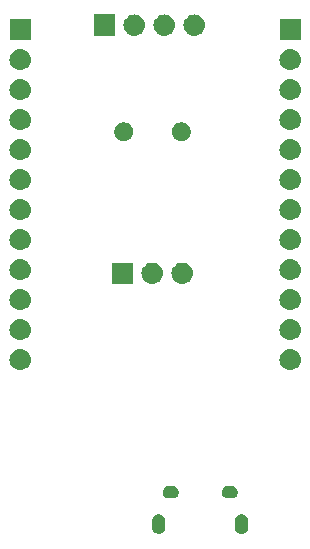
<source format=gbr>
%TF.GenerationSoftware,KiCad,Pcbnew,5.1.0*%
%TF.CreationDate,2019-06-23T04:01:33+08:00*%
%TF.ProjectId,stm32_fxp6,73746d33-325f-4667-9870-362e6b696361,rev?*%
%TF.SameCoordinates,Original*%
%TF.FileFunction,Soldermask,Bot*%
%TF.FilePolarity,Negative*%
%FSLAX46Y46*%
G04 Gerber Fmt 4.6, Leading zero omitted, Abs format (unit mm)*
G04 Created by KiCad (PCBNEW 5.1.0) date 2019-06-23 04:01:33*
%MOMM*%
%LPD*%
G04 APERTURE LIST*
%ADD10C,0.350000*%
G04 APERTURE END LIST*
D10*
G36*
X85650014Y-73048973D02*
G01*
X85753878Y-73080479D01*
X85797907Y-73104013D01*
X85849599Y-73131643D01*
X85849601Y-73131644D01*
X85849600Y-73131644D01*
X85933501Y-73200499D01*
X86002356Y-73284400D01*
X86053521Y-73380121D01*
X86085027Y-73483985D01*
X86093000Y-73564933D01*
X86093000Y-74169067D01*
X86085027Y-74250015D01*
X86053521Y-74353879D01*
X86053519Y-74353882D01*
X86002357Y-74449600D01*
X85933501Y-74533501D01*
X85849600Y-74602357D01*
X85781055Y-74638995D01*
X85753879Y-74653521D01*
X85650015Y-74685027D01*
X85542000Y-74695666D01*
X85433986Y-74685027D01*
X85330122Y-74653521D01*
X85302946Y-74638995D01*
X85234401Y-74602357D01*
X85150500Y-74533501D01*
X85081643Y-74449599D01*
X85030481Y-74353882D01*
X85030480Y-74353879D01*
X84998973Y-74250015D01*
X84991000Y-74169067D01*
X84991000Y-73564934D01*
X84998973Y-73483986D01*
X85030479Y-73380122D01*
X85081644Y-73284400D01*
X85150499Y-73200499D01*
X85234400Y-73131644D01*
X85234399Y-73131644D01*
X85234401Y-73131643D01*
X85286093Y-73104013D01*
X85330121Y-73080479D01*
X85433985Y-73048973D01*
X85542000Y-73038334D01*
X85650014Y-73048973D01*
X85650014Y-73048973D01*
G37*
G36*
X78650014Y-73048973D02*
G01*
X78753878Y-73080479D01*
X78797907Y-73104013D01*
X78849599Y-73131643D01*
X78849601Y-73131644D01*
X78849600Y-73131644D01*
X78933501Y-73200499D01*
X79002356Y-73284400D01*
X79053521Y-73380121D01*
X79085027Y-73483985D01*
X79093000Y-73564933D01*
X79093000Y-74169067D01*
X79085027Y-74250015D01*
X79053521Y-74353879D01*
X79053519Y-74353882D01*
X79002357Y-74449600D01*
X78933501Y-74533501D01*
X78849600Y-74602357D01*
X78781055Y-74638995D01*
X78753879Y-74653521D01*
X78650015Y-74685027D01*
X78542000Y-74695666D01*
X78433986Y-74685027D01*
X78330122Y-74653521D01*
X78302946Y-74638995D01*
X78234401Y-74602357D01*
X78150500Y-74533501D01*
X78081643Y-74449599D01*
X78030481Y-74353882D01*
X78030480Y-74353879D01*
X77998973Y-74250015D01*
X77991000Y-74169067D01*
X77991000Y-73564934D01*
X77998973Y-73483986D01*
X78030479Y-73380122D01*
X78081644Y-73284400D01*
X78150499Y-73200499D01*
X78234400Y-73131644D01*
X78234399Y-73131644D01*
X78234401Y-73131643D01*
X78286093Y-73104013D01*
X78330121Y-73080479D01*
X78433985Y-73048973D01*
X78542000Y-73038334D01*
X78650014Y-73048973D01*
X78650014Y-73048973D01*
G37*
G36*
X79795114Y-70648611D02*
G01*
X79894265Y-70678688D01*
X79985644Y-70727531D01*
X80065738Y-70793262D01*
X80131469Y-70873356D01*
X80180312Y-70964735D01*
X80210389Y-71063886D01*
X80220545Y-71167000D01*
X80210389Y-71270114D01*
X80180312Y-71369265D01*
X80131469Y-71460644D01*
X80065738Y-71540738D01*
X79985644Y-71606469D01*
X79894265Y-71655312D01*
X79795114Y-71685389D01*
X79717839Y-71693000D01*
X79366161Y-71693000D01*
X79288886Y-71685389D01*
X79189735Y-71655312D01*
X79098356Y-71606469D01*
X79018262Y-71540738D01*
X78952531Y-71460644D01*
X78903688Y-71369265D01*
X78873611Y-71270114D01*
X78863455Y-71167000D01*
X78873611Y-71063886D01*
X78903688Y-70964735D01*
X78952531Y-70873356D01*
X79018262Y-70793262D01*
X79098356Y-70727531D01*
X79189735Y-70678688D01*
X79288886Y-70648611D01*
X79366161Y-70641000D01*
X79717839Y-70641000D01*
X79795114Y-70648611D01*
X79795114Y-70648611D01*
G37*
G36*
X84795114Y-70648611D02*
G01*
X84894265Y-70678688D01*
X84985644Y-70727531D01*
X85065738Y-70793262D01*
X85131469Y-70873356D01*
X85180312Y-70964735D01*
X85210389Y-71063886D01*
X85220545Y-71167000D01*
X85210389Y-71270114D01*
X85180312Y-71369265D01*
X85131469Y-71460644D01*
X85065738Y-71540738D01*
X84985644Y-71606469D01*
X84894265Y-71655312D01*
X84795114Y-71685389D01*
X84717839Y-71693000D01*
X84366161Y-71693000D01*
X84288886Y-71685389D01*
X84189735Y-71655312D01*
X84098356Y-71606469D01*
X84018262Y-71540738D01*
X83952531Y-71460644D01*
X83903688Y-71369265D01*
X83873611Y-71270114D01*
X83863455Y-71167000D01*
X83873611Y-71063886D01*
X83903688Y-70964735D01*
X83952531Y-70873356D01*
X84018262Y-70793262D01*
X84098356Y-70727531D01*
X84189735Y-70678688D01*
X84288886Y-70648611D01*
X84366161Y-70641000D01*
X84717839Y-70641000D01*
X84795114Y-70648611D01*
X84795114Y-70648611D01*
G37*
G36*
X89772443Y-59049519D02*
G01*
X89838627Y-59056037D01*
X90008466Y-59107557D01*
X90164991Y-59191222D01*
X90200729Y-59220552D01*
X90302186Y-59303814D01*
X90385448Y-59405271D01*
X90414778Y-59441009D01*
X90498443Y-59597534D01*
X90549963Y-59767373D01*
X90567359Y-59944000D01*
X90549963Y-60120627D01*
X90498443Y-60290466D01*
X90414778Y-60446991D01*
X90385448Y-60482729D01*
X90302186Y-60584186D01*
X90200729Y-60667448D01*
X90164991Y-60696778D01*
X90008466Y-60780443D01*
X89838627Y-60831963D01*
X89772443Y-60838481D01*
X89706260Y-60845000D01*
X89617740Y-60845000D01*
X89551557Y-60838481D01*
X89485373Y-60831963D01*
X89315534Y-60780443D01*
X89159009Y-60696778D01*
X89123271Y-60667448D01*
X89021814Y-60584186D01*
X88938552Y-60482729D01*
X88909222Y-60446991D01*
X88825557Y-60290466D01*
X88774037Y-60120627D01*
X88756641Y-59944000D01*
X88774037Y-59767373D01*
X88825557Y-59597534D01*
X88909222Y-59441009D01*
X88938552Y-59405271D01*
X89021814Y-59303814D01*
X89123271Y-59220552D01*
X89159009Y-59191222D01*
X89315534Y-59107557D01*
X89485373Y-59056037D01*
X89551557Y-59049519D01*
X89617740Y-59043000D01*
X89706260Y-59043000D01*
X89772443Y-59049519D01*
X89772443Y-59049519D01*
G37*
G36*
X66912443Y-59049519D02*
G01*
X66978627Y-59056037D01*
X67148466Y-59107557D01*
X67304991Y-59191222D01*
X67340729Y-59220552D01*
X67442186Y-59303814D01*
X67525448Y-59405271D01*
X67554778Y-59441009D01*
X67638443Y-59597534D01*
X67689963Y-59767373D01*
X67707359Y-59944000D01*
X67689963Y-60120627D01*
X67638443Y-60290466D01*
X67554778Y-60446991D01*
X67525448Y-60482729D01*
X67442186Y-60584186D01*
X67340729Y-60667448D01*
X67304991Y-60696778D01*
X67148466Y-60780443D01*
X66978627Y-60831963D01*
X66912443Y-60838481D01*
X66846260Y-60845000D01*
X66757740Y-60845000D01*
X66691557Y-60838481D01*
X66625373Y-60831963D01*
X66455534Y-60780443D01*
X66299009Y-60696778D01*
X66263271Y-60667448D01*
X66161814Y-60584186D01*
X66078552Y-60482729D01*
X66049222Y-60446991D01*
X65965557Y-60290466D01*
X65914037Y-60120627D01*
X65896641Y-59944000D01*
X65914037Y-59767373D01*
X65965557Y-59597534D01*
X66049222Y-59441009D01*
X66078552Y-59405271D01*
X66161814Y-59303814D01*
X66263271Y-59220552D01*
X66299009Y-59191222D01*
X66455534Y-59107557D01*
X66625373Y-59056037D01*
X66691557Y-59049519D01*
X66757740Y-59043000D01*
X66846260Y-59043000D01*
X66912443Y-59049519D01*
X66912443Y-59049519D01*
G37*
G36*
X89772442Y-56509518D02*
G01*
X89838627Y-56516037D01*
X90008466Y-56567557D01*
X90164991Y-56651222D01*
X90200729Y-56680552D01*
X90302186Y-56763814D01*
X90385448Y-56865271D01*
X90414778Y-56901009D01*
X90498443Y-57057534D01*
X90549963Y-57227373D01*
X90567359Y-57404000D01*
X90549963Y-57580627D01*
X90498443Y-57750466D01*
X90414778Y-57906991D01*
X90385448Y-57942729D01*
X90302186Y-58044186D01*
X90200729Y-58127448D01*
X90164991Y-58156778D01*
X90008466Y-58240443D01*
X89838627Y-58291963D01*
X89772443Y-58298481D01*
X89706260Y-58305000D01*
X89617740Y-58305000D01*
X89551557Y-58298481D01*
X89485373Y-58291963D01*
X89315534Y-58240443D01*
X89159009Y-58156778D01*
X89123271Y-58127448D01*
X89021814Y-58044186D01*
X88938552Y-57942729D01*
X88909222Y-57906991D01*
X88825557Y-57750466D01*
X88774037Y-57580627D01*
X88756641Y-57404000D01*
X88774037Y-57227373D01*
X88825557Y-57057534D01*
X88909222Y-56901009D01*
X88938552Y-56865271D01*
X89021814Y-56763814D01*
X89123271Y-56680552D01*
X89159009Y-56651222D01*
X89315534Y-56567557D01*
X89485373Y-56516037D01*
X89551558Y-56509518D01*
X89617740Y-56503000D01*
X89706260Y-56503000D01*
X89772442Y-56509518D01*
X89772442Y-56509518D01*
G37*
G36*
X66912442Y-56509518D02*
G01*
X66978627Y-56516037D01*
X67148466Y-56567557D01*
X67304991Y-56651222D01*
X67340729Y-56680552D01*
X67442186Y-56763814D01*
X67525448Y-56865271D01*
X67554778Y-56901009D01*
X67638443Y-57057534D01*
X67689963Y-57227373D01*
X67707359Y-57404000D01*
X67689963Y-57580627D01*
X67638443Y-57750466D01*
X67554778Y-57906991D01*
X67525448Y-57942729D01*
X67442186Y-58044186D01*
X67340729Y-58127448D01*
X67304991Y-58156778D01*
X67148466Y-58240443D01*
X66978627Y-58291963D01*
X66912443Y-58298481D01*
X66846260Y-58305000D01*
X66757740Y-58305000D01*
X66691557Y-58298481D01*
X66625373Y-58291963D01*
X66455534Y-58240443D01*
X66299009Y-58156778D01*
X66263271Y-58127448D01*
X66161814Y-58044186D01*
X66078552Y-57942729D01*
X66049222Y-57906991D01*
X65965557Y-57750466D01*
X65914037Y-57580627D01*
X65896641Y-57404000D01*
X65914037Y-57227373D01*
X65965557Y-57057534D01*
X66049222Y-56901009D01*
X66078552Y-56865271D01*
X66161814Y-56763814D01*
X66263271Y-56680552D01*
X66299009Y-56651222D01*
X66455534Y-56567557D01*
X66625373Y-56516037D01*
X66691558Y-56509518D01*
X66757740Y-56503000D01*
X66846260Y-56503000D01*
X66912442Y-56509518D01*
X66912442Y-56509518D01*
G37*
G36*
X89772443Y-53969519D02*
G01*
X89838627Y-53976037D01*
X90008466Y-54027557D01*
X90164991Y-54111222D01*
X90200729Y-54140552D01*
X90302186Y-54223814D01*
X90385448Y-54325271D01*
X90414778Y-54361009D01*
X90498443Y-54517534D01*
X90549963Y-54687373D01*
X90567359Y-54864000D01*
X90549963Y-55040627D01*
X90498443Y-55210466D01*
X90414778Y-55366991D01*
X90385448Y-55402729D01*
X90302186Y-55504186D01*
X90200729Y-55587448D01*
X90164991Y-55616778D01*
X90008466Y-55700443D01*
X89838627Y-55751963D01*
X89772443Y-55758481D01*
X89706260Y-55765000D01*
X89617740Y-55765000D01*
X89551557Y-55758481D01*
X89485373Y-55751963D01*
X89315534Y-55700443D01*
X89159009Y-55616778D01*
X89123271Y-55587448D01*
X89021814Y-55504186D01*
X88938552Y-55402729D01*
X88909222Y-55366991D01*
X88825557Y-55210466D01*
X88774037Y-55040627D01*
X88756641Y-54864000D01*
X88774037Y-54687373D01*
X88825557Y-54517534D01*
X88909222Y-54361009D01*
X88938552Y-54325271D01*
X89021814Y-54223814D01*
X89123271Y-54140552D01*
X89159009Y-54111222D01*
X89315534Y-54027557D01*
X89485373Y-53976037D01*
X89551557Y-53969519D01*
X89617740Y-53963000D01*
X89706260Y-53963000D01*
X89772443Y-53969519D01*
X89772443Y-53969519D01*
G37*
G36*
X66912443Y-53969519D02*
G01*
X66978627Y-53976037D01*
X67148466Y-54027557D01*
X67304991Y-54111222D01*
X67340729Y-54140552D01*
X67442186Y-54223814D01*
X67525448Y-54325271D01*
X67554778Y-54361009D01*
X67638443Y-54517534D01*
X67689963Y-54687373D01*
X67707359Y-54864000D01*
X67689963Y-55040627D01*
X67638443Y-55210466D01*
X67554778Y-55366991D01*
X67525448Y-55402729D01*
X67442186Y-55504186D01*
X67340729Y-55587448D01*
X67304991Y-55616778D01*
X67148466Y-55700443D01*
X66978627Y-55751963D01*
X66912443Y-55758481D01*
X66846260Y-55765000D01*
X66757740Y-55765000D01*
X66691557Y-55758481D01*
X66625373Y-55751963D01*
X66455534Y-55700443D01*
X66299009Y-55616778D01*
X66263271Y-55587448D01*
X66161814Y-55504186D01*
X66078552Y-55402729D01*
X66049222Y-55366991D01*
X65965557Y-55210466D01*
X65914037Y-55040627D01*
X65896641Y-54864000D01*
X65914037Y-54687373D01*
X65965557Y-54517534D01*
X66049222Y-54361009D01*
X66078552Y-54325271D01*
X66161814Y-54223814D01*
X66263271Y-54140552D01*
X66299009Y-54111222D01*
X66455534Y-54027557D01*
X66625373Y-53976037D01*
X66691557Y-53969519D01*
X66757740Y-53963000D01*
X66846260Y-53963000D01*
X66912443Y-53969519D01*
X66912443Y-53969519D01*
G37*
G36*
X76339000Y-53542500D02*
G01*
X74537000Y-53542500D01*
X74537000Y-51740500D01*
X76339000Y-51740500D01*
X76339000Y-53542500D01*
X76339000Y-53542500D01*
G37*
G36*
X80628443Y-51747019D02*
G01*
X80694627Y-51753537D01*
X80864466Y-51805057D01*
X81020991Y-51888722D01*
X81056729Y-51918052D01*
X81158186Y-52001314D01*
X81241448Y-52102771D01*
X81270778Y-52138509D01*
X81354443Y-52295034D01*
X81405963Y-52464873D01*
X81423359Y-52641500D01*
X81405963Y-52818127D01*
X81354443Y-52987966D01*
X81270778Y-53144491D01*
X81257687Y-53160442D01*
X81158186Y-53281686D01*
X81056729Y-53364948D01*
X81020991Y-53394278D01*
X80864466Y-53477943D01*
X80694627Y-53529463D01*
X80628442Y-53535982D01*
X80562260Y-53542500D01*
X80473740Y-53542500D01*
X80407558Y-53535982D01*
X80341373Y-53529463D01*
X80171534Y-53477943D01*
X80015009Y-53394278D01*
X79979271Y-53364948D01*
X79877814Y-53281686D01*
X79778313Y-53160442D01*
X79765222Y-53144491D01*
X79681557Y-52987966D01*
X79630037Y-52818127D01*
X79612641Y-52641500D01*
X79630037Y-52464873D01*
X79681557Y-52295034D01*
X79765222Y-52138509D01*
X79794552Y-52102771D01*
X79877814Y-52001314D01*
X79979271Y-51918052D01*
X80015009Y-51888722D01*
X80171534Y-51805057D01*
X80341373Y-51753537D01*
X80407557Y-51747019D01*
X80473740Y-51740500D01*
X80562260Y-51740500D01*
X80628443Y-51747019D01*
X80628443Y-51747019D01*
G37*
G36*
X78088443Y-51747019D02*
G01*
X78154627Y-51753537D01*
X78324466Y-51805057D01*
X78480991Y-51888722D01*
X78516729Y-51918052D01*
X78618186Y-52001314D01*
X78701448Y-52102771D01*
X78730778Y-52138509D01*
X78814443Y-52295034D01*
X78865963Y-52464873D01*
X78883359Y-52641500D01*
X78865963Y-52818127D01*
X78814443Y-52987966D01*
X78730778Y-53144491D01*
X78717687Y-53160442D01*
X78618186Y-53281686D01*
X78516729Y-53364948D01*
X78480991Y-53394278D01*
X78324466Y-53477943D01*
X78154627Y-53529463D01*
X78088442Y-53535982D01*
X78022260Y-53542500D01*
X77933740Y-53542500D01*
X77867558Y-53535982D01*
X77801373Y-53529463D01*
X77631534Y-53477943D01*
X77475009Y-53394278D01*
X77439271Y-53364948D01*
X77337814Y-53281686D01*
X77238313Y-53160442D01*
X77225222Y-53144491D01*
X77141557Y-52987966D01*
X77090037Y-52818127D01*
X77072641Y-52641500D01*
X77090037Y-52464873D01*
X77141557Y-52295034D01*
X77225222Y-52138509D01*
X77254552Y-52102771D01*
X77337814Y-52001314D01*
X77439271Y-51918052D01*
X77475009Y-51888722D01*
X77631534Y-51805057D01*
X77801373Y-51753537D01*
X77867557Y-51747019D01*
X77933740Y-51740500D01*
X78022260Y-51740500D01*
X78088443Y-51747019D01*
X78088443Y-51747019D01*
G37*
G36*
X89772443Y-51429519D02*
G01*
X89838627Y-51436037D01*
X90008466Y-51487557D01*
X90164991Y-51571222D01*
X90200729Y-51600552D01*
X90302186Y-51683814D01*
X90348706Y-51740500D01*
X90414778Y-51821009D01*
X90498443Y-51977534D01*
X90549963Y-52147373D01*
X90567359Y-52324000D01*
X90549963Y-52500627D01*
X90498443Y-52670466D01*
X90414778Y-52826991D01*
X90385448Y-52862729D01*
X90302186Y-52964186D01*
X90200729Y-53047448D01*
X90164991Y-53076778D01*
X90008466Y-53160443D01*
X89838627Y-53211963D01*
X89772442Y-53218482D01*
X89706260Y-53225000D01*
X89617740Y-53225000D01*
X89551558Y-53218482D01*
X89485373Y-53211963D01*
X89315534Y-53160443D01*
X89159009Y-53076778D01*
X89123271Y-53047448D01*
X89021814Y-52964186D01*
X88938552Y-52862729D01*
X88909222Y-52826991D01*
X88825557Y-52670466D01*
X88774037Y-52500627D01*
X88756641Y-52324000D01*
X88774037Y-52147373D01*
X88825557Y-51977534D01*
X88909222Y-51821009D01*
X88975294Y-51740500D01*
X89021814Y-51683814D01*
X89123271Y-51600552D01*
X89159009Y-51571222D01*
X89315534Y-51487557D01*
X89485373Y-51436037D01*
X89551557Y-51429519D01*
X89617740Y-51423000D01*
X89706260Y-51423000D01*
X89772443Y-51429519D01*
X89772443Y-51429519D01*
G37*
G36*
X66912443Y-51429519D02*
G01*
X66978627Y-51436037D01*
X67148466Y-51487557D01*
X67304991Y-51571222D01*
X67340729Y-51600552D01*
X67442186Y-51683814D01*
X67488706Y-51740500D01*
X67554778Y-51821009D01*
X67638443Y-51977534D01*
X67689963Y-52147373D01*
X67707359Y-52324000D01*
X67689963Y-52500627D01*
X67638443Y-52670466D01*
X67554778Y-52826991D01*
X67525448Y-52862729D01*
X67442186Y-52964186D01*
X67340729Y-53047448D01*
X67304991Y-53076778D01*
X67148466Y-53160443D01*
X66978627Y-53211963D01*
X66912442Y-53218482D01*
X66846260Y-53225000D01*
X66757740Y-53225000D01*
X66691558Y-53218482D01*
X66625373Y-53211963D01*
X66455534Y-53160443D01*
X66299009Y-53076778D01*
X66263271Y-53047448D01*
X66161814Y-52964186D01*
X66078552Y-52862729D01*
X66049222Y-52826991D01*
X65965557Y-52670466D01*
X65914037Y-52500627D01*
X65896641Y-52324000D01*
X65914037Y-52147373D01*
X65965557Y-51977534D01*
X66049222Y-51821009D01*
X66115294Y-51740500D01*
X66161814Y-51683814D01*
X66263271Y-51600552D01*
X66299009Y-51571222D01*
X66455534Y-51487557D01*
X66625373Y-51436037D01*
X66691557Y-51429519D01*
X66757740Y-51423000D01*
X66846260Y-51423000D01*
X66912443Y-51429519D01*
X66912443Y-51429519D01*
G37*
G36*
X66912443Y-48889519D02*
G01*
X66978627Y-48896037D01*
X67148466Y-48947557D01*
X67304991Y-49031222D01*
X67340729Y-49060552D01*
X67442186Y-49143814D01*
X67525448Y-49245271D01*
X67554778Y-49281009D01*
X67638443Y-49437534D01*
X67689963Y-49607373D01*
X67707359Y-49784000D01*
X67689963Y-49960627D01*
X67638443Y-50130466D01*
X67554778Y-50286991D01*
X67525448Y-50322729D01*
X67442186Y-50424186D01*
X67340729Y-50507448D01*
X67304991Y-50536778D01*
X67148466Y-50620443D01*
X66978627Y-50671963D01*
X66912443Y-50678481D01*
X66846260Y-50685000D01*
X66757740Y-50685000D01*
X66691557Y-50678481D01*
X66625373Y-50671963D01*
X66455534Y-50620443D01*
X66299009Y-50536778D01*
X66263271Y-50507448D01*
X66161814Y-50424186D01*
X66078552Y-50322729D01*
X66049222Y-50286991D01*
X65965557Y-50130466D01*
X65914037Y-49960627D01*
X65896641Y-49784000D01*
X65914037Y-49607373D01*
X65965557Y-49437534D01*
X66049222Y-49281009D01*
X66078552Y-49245271D01*
X66161814Y-49143814D01*
X66263271Y-49060552D01*
X66299009Y-49031222D01*
X66455534Y-48947557D01*
X66625373Y-48896037D01*
X66691557Y-48889519D01*
X66757740Y-48883000D01*
X66846260Y-48883000D01*
X66912443Y-48889519D01*
X66912443Y-48889519D01*
G37*
G36*
X89772443Y-48889519D02*
G01*
X89838627Y-48896037D01*
X90008466Y-48947557D01*
X90164991Y-49031222D01*
X90200729Y-49060552D01*
X90302186Y-49143814D01*
X90385448Y-49245271D01*
X90414778Y-49281009D01*
X90498443Y-49437534D01*
X90549963Y-49607373D01*
X90567359Y-49784000D01*
X90549963Y-49960627D01*
X90498443Y-50130466D01*
X90414778Y-50286991D01*
X90385448Y-50322729D01*
X90302186Y-50424186D01*
X90200729Y-50507448D01*
X90164991Y-50536778D01*
X90008466Y-50620443D01*
X89838627Y-50671963D01*
X89772443Y-50678481D01*
X89706260Y-50685000D01*
X89617740Y-50685000D01*
X89551557Y-50678481D01*
X89485373Y-50671963D01*
X89315534Y-50620443D01*
X89159009Y-50536778D01*
X89123271Y-50507448D01*
X89021814Y-50424186D01*
X88938552Y-50322729D01*
X88909222Y-50286991D01*
X88825557Y-50130466D01*
X88774037Y-49960627D01*
X88756641Y-49784000D01*
X88774037Y-49607373D01*
X88825557Y-49437534D01*
X88909222Y-49281009D01*
X88938552Y-49245271D01*
X89021814Y-49143814D01*
X89123271Y-49060552D01*
X89159009Y-49031222D01*
X89315534Y-48947557D01*
X89485373Y-48896037D01*
X89551557Y-48889519D01*
X89617740Y-48883000D01*
X89706260Y-48883000D01*
X89772443Y-48889519D01*
X89772443Y-48889519D01*
G37*
G36*
X66912443Y-46349519D02*
G01*
X66978627Y-46356037D01*
X67148466Y-46407557D01*
X67304991Y-46491222D01*
X67340729Y-46520552D01*
X67442186Y-46603814D01*
X67525448Y-46705271D01*
X67554778Y-46741009D01*
X67638443Y-46897534D01*
X67689963Y-47067373D01*
X67707359Y-47244000D01*
X67689963Y-47420627D01*
X67638443Y-47590466D01*
X67554778Y-47746991D01*
X67525448Y-47782729D01*
X67442186Y-47884186D01*
X67340729Y-47967448D01*
X67304991Y-47996778D01*
X67148466Y-48080443D01*
X66978627Y-48131963D01*
X66912443Y-48138481D01*
X66846260Y-48145000D01*
X66757740Y-48145000D01*
X66691558Y-48138482D01*
X66625373Y-48131963D01*
X66455534Y-48080443D01*
X66299009Y-47996778D01*
X66263271Y-47967448D01*
X66161814Y-47884186D01*
X66078552Y-47782729D01*
X66049222Y-47746991D01*
X65965557Y-47590466D01*
X65914037Y-47420627D01*
X65896641Y-47244000D01*
X65914037Y-47067373D01*
X65965557Y-46897534D01*
X66049222Y-46741009D01*
X66078552Y-46705271D01*
X66161814Y-46603814D01*
X66263271Y-46520552D01*
X66299009Y-46491222D01*
X66455534Y-46407557D01*
X66625373Y-46356037D01*
X66691557Y-46349519D01*
X66757740Y-46343000D01*
X66846260Y-46343000D01*
X66912443Y-46349519D01*
X66912443Y-46349519D01*
G37*
G36*
X89772443Y-46349519D02*
G01*
X89838627Y-46356037D01*
X90008466Y-46407557D01*
X90164991Y-46491222D01*
X90200729Y-46520552D01*
X90302186Y-46603814D01*
X90385448Y-46705271D01*
X90414778Y-46741009D01*
X90498443Y-46897534D01*
X90549963Y-47067373D01*
X90567359Y-47244000D01*
X90549963Y-47420627D01*
X90498443Y-47590466D01*
X90414778Y-47746991D01*
X90385448Y-47782729D01*
X90302186Y-47884186D01*
X90200729Y-47967448D01*
X90164991Y-47996778D01*
X90008466Y-48080443D01*
X89838627Y-48131963D01*
X89772443Y-48138481D01*
X89706260Y-48145000D01*
X89617740Y-48145000D01*
X89551558Y-48138482D01*
X89485373Y-48131963D01*
X89315534Y-48080443D01*
X89159009Y-47996778D01*
X89123271Y-47967448D01*
X89021814Y-47884186D01*
X88938552Y-47782729D01*
X88909222Y-47746991D01*
X88825557Y-47590466D01*
X88774037Y-47420627D01*
X88756641Y-47244000D01*
X88774037Y-47067373D01*
X88825557Y-46897534D01*
X88909222Y-46741009D01*
X88938552Y-46705271D01*
X89021814Y-46603814D01*
X89123271Y-46520552D01*
X89159009Y-46491222D01*
X89315534Y-46407557D01*
X89485373Y-46356037D01*
X89551557Y-46349519D01*
X89617740Y-46343000D01*
X89706260Y-46343000D01*
X89772443Y-46349519D01*
X89772443Y-46349519D01*
G37*
G36*
X66912442Y-43809518D02*
G01*
X66978627Y-43816037D01*
X67148466Y-43867557D01*
X67304991Y-43951222D01*
X67340729Y-43980552D01*
X67442186Y-44063814D01*
X67525448Y-44165271D01*
X67554778Y-44201009D01*
X67638443Y-44357534D01*
X67689963Y-44527373D01*
X67707359Y-44704000D01*
X67689963Y-44880627D01*
X67638443Y-45050466D01*
X67554778Y-45206991D01*
X67525448Y-45242729D01*
X67442186Y-45344186D01*
X67340729Y-45427448D01*
X67304991Y-45456778D01*
X67148466Y-45540443D01*
X66978627Y-45591963D01*
X66912443Y-45598481D01*
X66846260Y-45605000D01*
X66757740Y-45605000D01*
X66691557Y-45598481D01*
X66625373Y-45591963D01*
X66455534Y-45540443D01*
X66299009Y-45456778D01*
X66263271Y-45427448D01*
X66161814Y-45344186D01*
X66078552Y-45242729D01*
X66049222Y-45206991D01*
X65965557Y-45050466D01*
X65914037Y-44880627D01*
X65896641Y-44704000D01*
X65914037Y-44527373D01*
X65965557Y-44357534D01*
X66049222Y-44201009D01*
X66078552Y-44165271D01*
X66161814Y-44063814D01*
X66263271Y-43980552D01*
X66299009Y-43951222D01*
X66455534Y-43867557D01*
X66625373Y-43816037D01*
X66691558Y-43809518D01*
X66757740Y-43803000D01*
X66846260Y-43803000D01*
X66912442Y-43809518D01*
X66912442Y-43809518D01*
G37*
G36*
X89772442Y-43809518D02*
G01*
X89838627Y-43816037D01*
X90008466Y-43867557D01*
X90164991Y-43951222D01*
X90200729Y-43980552D01*
X90302186Y-44063814D01*
X90385448Y-44165271D01*
X90414778Y-44201009D01*
X90498443Y-44357534D01*
X90549963Y-44527373D01*
X90567359Y-44704000D01*
X90549963Y-44880627D01*
X90498443Y-45050466D01*
X90414778Y-45206991D01*
X90385448Y-45242729D01*
X90302186Y-45344186D01*
X90200729Y-45427448D01*
X90164991Y-45456778D01*
X90008466Y-45540443D01*
X89838627Y-45591963D01*
X89772443Y-45598481D01*
X89706260Y-45605000D01*
X89617740Y-45605000D01*
X89551557Y-45598481D01*
X89485373Y-45591963D01*
X89315534Y-45540443D01*
X89159009Y-45456778D01*
X89123271Y-45427448D01*
X89021814Y-45344186D01*
X88938552Y-45242729D01*
X88909222Y-45206991D01*
X88825557Y-45050466D01*
X88774037Y-44880627D01*
X88756641Y-44704000D01*
X88774037Y-44527373D01*
X88825557Y-44357534D01*
X88909222Y-44201009D01*
X88938552Y-44165271D01*
X89021814Y-44063814D01*
X89123271Y-43980552D01*
X89159009Y-43951222D01*
X89315534Y-43867557D01*
X89485373Y-43816037D01*
X89551558Y-43809518D01*
X89617740Y-43803000D01*
X89706260Y-43803000D01*
X89772442Y-43809518D01*
X89772442Y-43809518D01*
G37*
G36*
X66912443Y-41269519D02*
G01*
X66978627Y-41276037D01*
X67148466Y-41327557D01*
X67148468Y-41327558D01*
X67226729Y-41369390D01*
X67304991Y-41411222D01*
X67340729Y-41440552D01*
X67442186Y-41523814D01*
X67525448Y-41625271D01*
X67554778Y-41661009D01*
X67638443Y-41817534D01*
X67689963Y-41987373D01*
X67707359Y-42164000D01*
X67689963Y-42340627D01*
X67638443Y-42510466D01*
X67554778Y-42666991D01*
X67525448Y-42702729D01*
X67442186Y-42804186D01*
X67340729Y-42887448D01*
X67304991Y-42916778D01*
X67148466Y-43000443D01*
X66978627Y-43051963D01*
X66912442Y-43058482D01*
X66846260Y-43065000D01*
X66757740Y-43065000D01*
X66691558Y-43058482D01*
X66625373Y-43051963D01*
X66455534Y-43000443D01*
X66299009Y-42916778D01*
X66263271Y-42887448D01*
X66161814Y-42804186D01*
X66078552Y-42702729D01*
X66049222Y-42666991D01*
X65965557Y-42510466D01*
X65914037Y-42340627D01*
X65896641Y-42164000D01*
X65914037Y-41987373D01*
X65965557Y-41817534D01*
X66049222Y-41661009D01*
X66078552Y-41625271D01*
X66161814Y-41523814D01*
X66263271Y-41440552D01*
X66299009Y-41411222D01*
X66377271Y-41369390D01*
X66455532Y-41327558D01*
X66455534Y-41327557D01*
X66625373Y-41276037D01*
X66691557Y-41269519D01*
X66757740Y-41263000D01*
X66846260Y-41263000D01*
X66912443Y-41269519D01*
X66912443Y-41269519D01*
G37*
G36*
X89772443Y-41269519D02*
G01*
X89838627Y-41276037D01*
X90008466Y-41327557D01*
X90008468Y-41327558D01*
X90086729Y-41369390D01*
X90164991Y-41411222D01*
X90200729Y-41440552D01*
X90302186Y-41523814D01*
X90385448Y-41625271D01*
X90414778Y-41661009D01*
X90498443Y-41817534D01*
X90549963Y-41987373D01*
X90567359Y-42164000D01*
X90549963Y-42340627D01*
X90498443Y-42510466D01*
X90414778Y-42666991D01*
X90385448Y-42702729D01*
X90302186Y-42804186D01*
X90200729Y-42887448D01*
X90164991Y-42916778D01*
X90008466Y-43000443D01*
X89838627Y-43051963D01*
X89772442Y-43058482D01*
X89706260Y-43065000D01*
X89617740Y-43065000D01*
X89551558Y-43058482D01*
X89485373Y-43051963D01*
X89315534Y-43000443D01*
X89159009Y-42916778D01*
X89123271Y-42887448D01*
X89021814Y-42804186D01*
X88938552Y-42702729D01*
X88909222Y-42666991D01*
X88825557Y-42510466D01*
X88774037Y-42340627D01*
X88756641Y-42164000D01*
X88774037Y-41987373D01*
X88825557Y-41817534D01*
X88909222Y-41661009D01*
X88938552Y-41625271D01*
X89021814Y-41523814D01*
X89123271Y-41440552D01*
X89159009Y-41411222D01*
X89237271Y-41369390D01*
X89315532Y-41327558D01*
X89315534Y-41327557D01*
X89485373Y-41276037D01*
X89551557Y-41269519D01*
X89617740Y-41263000D01*
X89706260Y-41263000D01*
X89772443Y-41269519D01*
X89772443Y-41269519D01*
G37*
G36*
X80678642Y-39869781D02*
G01*
X80824414Y-39930162D01*
X80824416Y-39930163D01*
X80955608Y-40017822D01*
X81067178Y-40129392D01*
X81154837Y-40260584D01*
X81154838Y-40260586D01*
X81215219Y-40406358D01*
X81246000Y-40561107D01*
X81246000Y-40718893D01*
X81215219Y-40873642D01*
X81154838Y-41019414D01*
X81154837Y-41019416D01*
X81067178Y-41150608D01*
X80955608Y-41262178D01*
X80824416Y-41349837D01*
X80824415Y-41349838D01*
X80824414Y-41349838D01*
X80678642Y-41410219D01*
X80523893Y-41441000D01*
X80366107Y-41441000D01*
X80211358Y-41410219D01*
X80065586Y-41349838D01*
X80065585Y-41349838D01*
X80065584Y-41349837D01*
X79934392Y-41262178D01*
X79822822Y-41150608D01*
X79735163Y-41019416D01*
X79735162Y-41019414D01*
X79674781Y-40873642D01*
X79644000Y-40718893D01*
X79644000Y-40561107D01*
X79674781Y-40406358D01*
X79735162Y-40260586D01*
X79735163Y-40260584D01*
X79822822Y-40129392D01*
X79934392Y-40017822D01*
X80065584Y-39930163D01*
X80065586Y-39930162D01*
X80211358Y-39869781D01*
X80366107Y-39839000D01*
X80523893Y-39839000D01*
X80678642Y-39869781D01*
X80678642Y-39869781D01*
G37*
G36*
X75798642Y-39869781D02*
G01*
X75944414Y-39930162D01*
X75944416Y-39930163D01*
X76075608Y-40017822D01*
X76187178Y-40129392D01*
X76274837Y-40260584D01*
X76274838Y-40260586D01*
X76335219Y-40406358D01*
X76366000Y-40561107D01*
X76366000Y-40718893D01*
X76335219Y-40873642D01*
X76274838Y-41019414D01*
X76274837Y-41019416D01*
X76187178Y-41150608D01*
X76075608Y-41262178D01*
X75944416Y-41349837D01*
X75944415Y-41349838D01*
X75944414Y-41349838D01*
X75798642Y-41410219D01*
X75643893Y-41441000D01*
X75486107Y-41441000D01*
X75331358Y-41410219D01*
X75185586Y-41349838D01*
X75185585Y-41349838D01*
X75185584Y-41349837D01*
X75054392Y-41262178D01*
X74942822Y-41150608D01*
X74855163Y-41019416D01*
X74855162Y-41019414D01*
X74794781Y-40873642D01*
X74764000Y-40718893D01*
X74764000Y-40561107D01*
X74794781Y-40406358D01*
X74855162Y-40260586D01*
X74855163Y-40260584D01*
X74942822Y-40129392D01*
X75054392Y-40017822D01*
X75185584Y-39930163D01*
X75185586Y-39930162D01*
X75331358Y-39869781D01*
X75486107Y-39839000D01*
X75643893Y-39839000D01*
X75798642Y-39869781D01*
X75798642Y-39869781D01*
G37*
G36*
X66912442Y-38729518D02*
G01*
X66978627Y-38736037D01*
X67148466Y-38787557D01*
X67304991Y-38871222D01*
X67340729Y-38900552D01*
X67442186Y-38983814D01*
X67525448Y-39085271D01*
X67554778Y-39121009D01*
X67638443Y-39277534D01*
X67689963Y-39447373D01*
X67707359Y-39624000D01*
X67689963Y-39800627D01*
X67638443Y-39970466D01*
X67638442Y-39970468D01*
X67596611Y-40048728D01*
X67554778Y-40126991D01*
X67525448Y-40162729D01*
X67442186Y-40264186D01*
X67340729Y-40347448D01*
X67304991Y-40376778D01*
X67148466Y-40460443D01*
X66978627Y-40511963D01*
X66912443Y-40518481D01*
X66846260Y-40525000D01*
X66757740Y-40525000D01*
X66691557Y-40518481D01*
X66625373Y-40511963D01*
X66455534Y-40460443D01*
X66299009Y-40376778D01*
X66263271Y-40347448D01*
X66161814Y-40264186D01*
X66078552Y-40162729D01*
X66049222Y-40126991D01*
X66007390Y-40048729D01*
X65965558Y-39970468D01*
X65965557Y-39970466D01*
X65914037Y-39800627D01*
X65896641Y-39624000D01*
X65914037Y-39447373D01*
X65965557Y-39277534D01*
X66049222Y-39121009D01*
X66078552Y-39085271D01*
X66161814Y-38983814D01*
X66263271Y-38900552D01*
X66299009Y-38871222D01*
X66455534Y-38787557D01*
X66625373Y-38736037D01*
X66691558Y-38729518D01*
X66757740Y-38723000D01*
X66846260Y-38723000D01*
X66912442Y-38729518D01*
X66912442Y-38729518D01*
G37*
G36*
X89772442Y-38729518D02*
G01*
X89838627Y-38736037D01*
X90008466Y-38787557D01*
X90164991Y-38871222D01*
X90200729Y-38900552D01*
X90302186Y-38983814D01*
X90385448Y-39085271D01*
X90414778Y-39121009D01*
X90498443Y-39277534D01*
X90549963Y-39447373D01*
X90567359Y-39624000D01*
X90549963Y-39800627D01*
X90498443Y-39970466D01*
X90498442Y-39970468D01*
X90456611Y-40048728D01*
X90414778Y-40126991D01*
X90385448Y-40162729D01*
X90302186Y-40264186D01*
X90200729Y-40347448D01*
X90164991Y-40376778D01*
X90008466Y-40460443D01*
X89838627Y-40511963D01*
X89772443Y-40518481D01*
X89706260Y-40525000D01*
X89617740Y-40525000D01*
X89551557Y-40518481D01*
X89485373Y-40511963D01*
X89315534Y-40460443D01*
X89159009Y-40376778D01*
X89123271Y-40347448D01*
X89021814Y-40264186D01*
X88938552Y-40162729D01*
X88909222Y-40126991D01*
X88867389Y-40048728D01*
X88825558Y-39970468D01*
X88825557Y-39970466D01*
X88774037Y-39800627D01*
X88756641Y-39624000D01*
X88774037Y-39447373D01*
X88825557Y-39277534D01*
X88909222Y-39121009D01*
X88938552Y-39085271D01*
X89021814Y-38983814D01*
X89123271Y-38900552D01*
X89159009Y-38871222D01*
X89315534Y-38787557D01*
X89485373Y-38736037D01*
X89551558Y-38729518D01*
X89617740Y-38723000D01*
X89706260Y-38723000D01*
X89772442Y-38729518D01*
X89772442Y-38729518D01*
G37*
G36*
X89772443Y-36189519D02*
G01*
X89838627Y-36196037D01*
X90008466Y-36247557D01*
X90164991Y-36331222D01*
X90200729Y-36360552D01*
X90302186Y-36443814D01*
X90385448Y-36545271D01*
X90414778Y-36581009D01*
X90498443Y-36737534D01*
X90549963Y-36907373D01*
X90567359Y-37084000D01*
X90549963Y-37260627D01*
X90498443Y-37430466D01*
X90414778Y-37586991D01*
X90385448Y-37622729D01*
X90302186Y-37724186D01*
X90200729Y-37807448D01*
X90164991Y-37836778D01*
X90008466Y-37920443D01*
X89838627Y-37971963D01*
X89772442Y-37978482D01*
X89706260Y-37985000D01*
X89617740Y-37985000D01*
X89551558Y-37978482D01*
X89485373Y-37971963D01*
X89315534Y-37920443D01*
X89159009Y-37836778D01*
X89123271Y-37807448D01*
X89021814Y-37724186D01*
X88938552Y-37622729D01*
X88909222Y-37586991D01*
X88825557Y-37430466D01*
X88774037Y-37260627D01*
X88756641Y-37084000D01*
X88774037Y-36907373D01*
X88825557Y-36737534D01*
X88909222Y-36581009D01*
X88938552Y-36545271D01*
X89021814Y-36443814D01*
X89123271Y-36360552D01*
X89159009Y-36331222D01*
X89315534Y-36247557D01*
X89485373Y-36196037D01*
X89551557Y-36189519D01*
X89617740Y-36183000D01*
X89706260Y-36183000D01*
X89772443Y-36189519D01*
X89772443Y-36189519D01*
G37*
G36*
X66912443Y-36189519D02*
G01*
X66978627Y-36196037D01*
X67148466Y-36247557D01*
X67304991Y-36331222D01*
X67340729Y-36360552D01*
X67442186Y-36443814D01*
X67525448Y-36545271D01*
X67554778Y-36581009D01*
X67638443Y-36737534D01*
X67689963Y-36907373D01*
X67707359Y-37084000D01*
X67689963Y-37260627D01*
X67638443Y-37430466D01*
X67554778Y-37586991D01*
X67525448Y-37622729D01*
X67442186Y-37724186D01*
X67340729Y-37807448D01*
X67304991Y-37836778D01*
X67148466Y-37920443D01*
X66978627Y-37971963D01*
X66912442Y-37978482D01*
X66846260Y-37985000D01*
X66757740Y-37985000D01*
X66691558Y-37978482D01*
X66625373Y-37971963D01*
X66455534Y-37920443D01*
X66299009Y-37836778D01*
X66263271Y-37807448D01*
X66161814Y-37724186D01*
X66078552Y-37622729D01*
X66049222Y-37586991D01*
X65965557Y-37430466D01*
X65914037Y-37260627D01*
X65896641Y-37084000D01*
X65914037Y-36907373D01*
X65965557Y-36737534D01*
X66049222Y-36581009D01*
X66078552Y-36545271D01*
X66161814Y-36443814D01*
X66263271Y-36360552D01*
X66299009Y-36331222D01*
X66455534Y-36247557D01*
X66625373Y-36196037D01*
X66691557Y-36189519D01*
X66757740Y-36183000D01*
X66846260Y-36183000D01*
X66912443Y-36189519D01*
X66912443Y-36189519D01*
G37*
G36*
X89772442Y-33649518D02*
G01*
X89838627Y-33656037D01*
X90008466Y-33707557D01*
X90164991Y-33791222D01*
X90200729Y-33820552D01*
X90302186Y-33903814D01*
X90385448Y-34005271D01*
X90414778Y-34041009D01*
X90498443Y-34197534D01*
X90549963Y-34367373D01*
X90567359Y-34544000D01*
X90549963Y-34720627D01*
X90498443Y-34890466D01*
X90414778Y-35046991D01*
X90385448Y-35082729D01*
X90302186Y-35184186D01*
X90200729Y-35267448D01*
X90164991Y-35296778D01*
X90008466Y-35380443D01*
X89838627Y-35431963D01*
X89772443Y-35438481D01*
X89706260Y-35445000D01*
X89617740Y-35445000D01*
X89551557Y-35438481D01*
X89485373Y-35431963D01*
X89315534Y-35380443D01*
X89159009Y-35296778D01*
X89123271Y-35267448D01*
X89021814Y-35184186D01*
X88938552Y-35082729D01*
X88909222Y-35046991D01*
X88825557Y-34890466D01*
X88774037Y-34720627D01*
X88756641Y-34544000D01*
X88774037Y-34367373D01*
X88825557Y-34197534D01*
X88909222Y-34041009D01*
X88938552Y-34005271D01*
X89021814Y-33903814D01*
X89123271Y-33820552D01*
X89159009Y-33791222D01*
X89315534Y-33707557D01*
X89485373Y-33656037D01*
X89551558Y-33649518D01*
X89617740Y-33643000D01*
X89706260Y-33643000D01*
X89772442Y-33649518D01*
X89772442Y-33649518D01*
G37*
G36*
X66912442Y-33649518D02*
G01*
X66978627Y-33656037D01*
X67148466Y-33707557D01*
X67304991Y-33791222D01*
X67340729Y-33820552D01*
X67442186Y-33903814D01*
X67525448Y-34005271D01*
X67554778Y-34041009D01*
X67638443Y-34197534D01*
X67689963Y-34367373D01*
X67707359Y-34544000D01*
X67689963Y-34720627D01*
X67638443Y-34890466D01*
X67554778Y-35046991D01*
X67525448Y-35082729D01*
X67442186Y-35184186D01*
X67340729Y-35267448D01*
X67304991Y-35296778D01*
X67148466Y-35380443D01*
X66978627Y-35431963D01*
X66912443Y-35438481D01*
X66846260Y-35445000D01*
X66757740Y-35445000D01*
X66691557Y-35438481D01*
X66625373Y-35431963D01*
X66455534Y-35380443D01*
X66299009Y-35296778D01*
X66263271Y-35267448D01*
X66161814Y-35184186D01*
X66078552Y-35082729D01*
X66049222Y-35046991D01*
X65965557Y-34890466D01*
X65914037Y-34720627D01*
X65896641Y-34544000D01*
X65914037Y-34367373D01*
X65965557Y-34197534D01*
X66049222Y-34041009D01*
X66078552Y-34005271D01*
X66161814Y-33903814D01*
X66263271Y-33820552D01*
X66299009Y-33791222D01*
X66455534Y-33707557D01*
X66625373Y-33656037D01*
X66691558Y-33649518D01*
X66757740Y-33643000D01*
X66846260Y-33643000D01*
X66912442Y-33649518D01*
X66912442Y-33649518D01*
G37*
G36*
X67703000Y-32905000D02*
G01*
X65901000Y-32905000D01*
X65901000Y-31103000D01*
X67703000Y-31103000D01*
X67703000Y-32905000D01*
X67703000Y-32905000D01*
G37*
G36*
X90563000Y-32905000D02*
G01*
X88761000Y-32905000D01*
X88761000Y-31103000D01*
X90563000Y-31103000D01*
X90563000Y-32905000D01*
X90563000Y-32905000D01*
G37*
G36*
X81644443Y-30728519D02*
G01*
X81710627Y-30735037D01*
X81880466Y-30786557D01*
X82036991Y-30870222D01*
X82072729Y-30899552D01*
X82174186Y-30982814D01*
X82257448Y-31084271D01*
X82286778Y-31120009D01*
X82370443Y-31276534D01*
X82421963Y-31446373D01*
X82439359Y-31623000D01*
X82421963Y-31799627D01*
X82370443Y-31969466D01*
X82286778Y-32125991D01*
X82257448Y-32161729D01*
X82174186Y-32263186D01*
X82072729Y-32346448D01*
X82036991Y-32375778D01*
X81880466Y-32459443D01*
X81710627Y-32510963D01*
X81644443Y-32517481D01*
X81578260Y-32524000D01*
X81489740Y-32524000D01*
X81423557Y-32517481D01*
X81357373Y-32510963D01*
X81187534Y-32459443D01*
X81031009Y-32375778D01*
X80995271Y-32346448D01*
X80893814Y-32263186D01*
X80810552Y-32161729D01*
X80781222Y-32125991D01*
X80697557Y-31969466D01*
X80646037Y-31799627D01*
X80628641Y-31623000D01*
X80646037Y-31446373D01*
X80697557Y-31276534D01*
X80781222Y-31120009D01*
X80810552Y-31084271D01*
X80893814Y-30982814D01*
X80995271Y-30899552D01*
X81031009Y-30870222D01*
X81187534Y-30786557D01*
X81357373Y-30735037D01*
X81423557Y-30728519D01*
X81489740Y-30722000D01*
X81578260Y-30722000D01*
X81644443Y-30728519D01*
X81644443Y-30728519D01*
G37*
G36*
X79104443Y-30728519D02*
G01*
X79170627Y-30735037D01*
X79340466Y-30786557D01*
X79496991Y-30870222D01*
X79532729Y-30899552D01*
X79634186Y-30982814D01*
X79717448Y-31084271D01*
X79746778Y-31120009D01*
X79830443Y-31276534D01*
X79881963Y-31446373D01*
X79899359Y-31623000D01*
X79881963Y-31799627D01*
X79830443Y-31969466D01*
X79746778Y-32125991D01*
X79717448Y-32161729D01*
X79634186Y-32263186D01*
X79532729Y-32346448D01*
X79496991Y-32375778D01*
X79340466Y-32459443D01*
X79170627Y-32510963D01*
X79104443Y-32517481D01*
X79038260Y-32524000D01*
X78949740Y-32524000D01*
X78883557Y-32517481D01*
X78817373Y-32510963D01*
X78647534Y-32459443D01*
X78491009Y-32375778D01*
X78455271Y-32346448D01*
X78353814Y-32263186D01*
X78270552Y-32161729D01*
X78241222Y-32125991D01*
X78157557Y-31969466D01*
X78106037Y-31799627D01*
X78088641Y-31623000D01*
X78106037Y-31446373D01*
X78157557Y-31276534D01*
X78241222Y-31120009D01*
X78270552Y-31084271D01*
X78353814Y-30982814D01*
X78455271Y-30899552D01*
X78491009Y-30870222D01*
X78647534Y-30786557D01*
X78817373Y-30735037D01*
X78883557Y-30728519D01*
X78949740Y-30722000D01*
X79038260Y-30722000D01*
X79104443Y-30728519D01*
X79104443Y-30728519D01*
G37*
G36*
X76564443Y-30728519D02*
G01*
X76630627Y-30735037D01*
X76800466Y-30786557D01*
X76956991Y-30870222D01*
X76992729Y-30899552D01*
X77094186Y-30982814D01*
X77177448Y-31084271D01*
X77206778Y-31120009D01*
X77290443Y-31276534D01*
X77341963Y-31446373D01*
X77359359Y-31623000D01*
X77341963Y-31799627D01*
X77290443Y-31969466D01*
X77206778Y-32125991D01*
X77177448Y-32161729D01*
X77094186Y-32263186D01*
X76992729Y-32346448D01*
X76956991Y-32375778D01*
X76800466Y-32459443D01*
X76630627Y-32510963D01*
X76564443Y-32517481D01*
X76498260Y-32524000D01*
X76409740Y-32524000D01*
X76343557Y-32517481D01*
X76277373Y-32510963D01*
X76107534Y-32459443D01*
X75951009Y-32375778D01*
X75915271Y-32346448D01*
X75813814Y-32263186D01*
X75730552Y-32161729D01*
X75701222Y-32125991D01*
X75617557Y-31969466D01*
X75566037Y-31799627D01*
X75548641Y-31623000D01*
X75566037Y-31446373D01*
X75617557Y-31276534D01*
X75701222Y-31120009D01*
X75730552Y-31084271D01*
X75813814Y-30982814D01*
X75915271Y-30899552D01*
X75951009Y-30870222D01*
X76107534Y-30786557D01*
X76277373Y-30735037D01*
X76343557Y-30728519D01*
X76409740Y-30722000D01*
X76498260Y-30722000D01*
X76564443Y-30728519D01*
X76564443Y-30728519D01*
G37*
G36*
X74815000Y-32524000D02*
G01*
X73013000Y-32524000D01*
X73013000Y-30722000D01*
X74815000Y-30722000D01*
X74815000Y-32524000D01*
X74815000Y-32524000D01*
G37*
M02*

</source>
